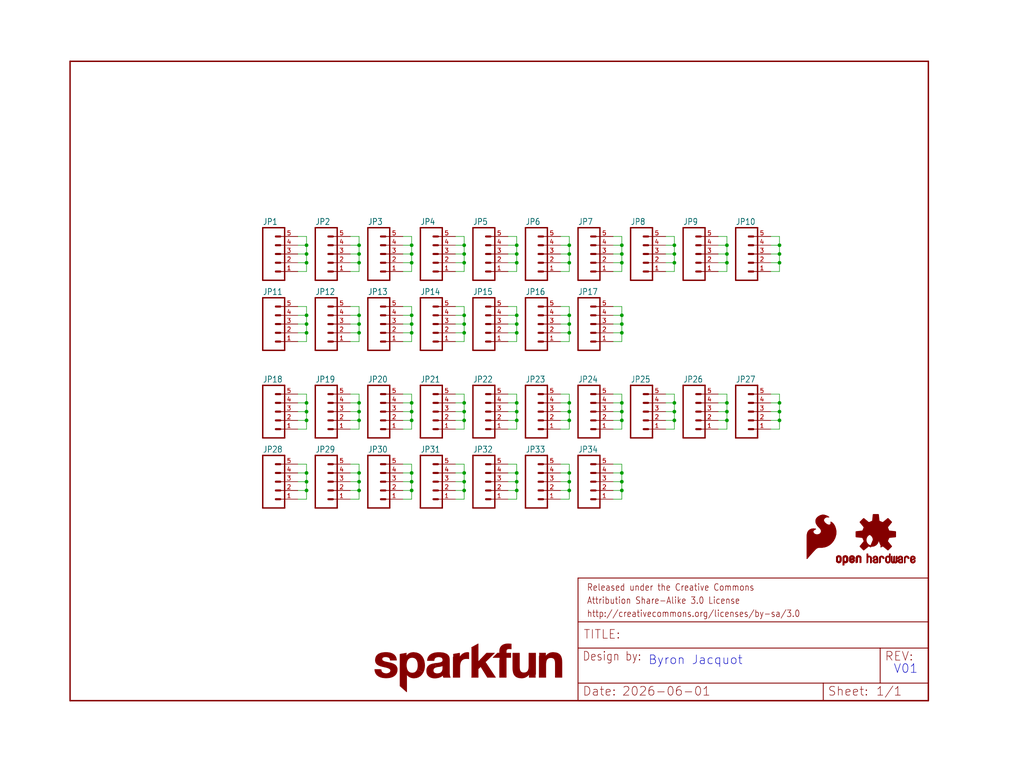
<source format=kicad_sch>
(kicad_sch (version 20230121) (generator eeschema)
  (paper "User" 297.002 223.926)
  (lib_symbols
    (symbol "working-eagle-import:FRAME-LETTER"
      (symbol "FRAME-LETTER_2_0"
        (text "${#}/${##}" (at 86.36 1.27 0) (effects (font (size 2.54 2.54)) (justify left bottom)))
        (text "${CURRENT_DATE}" (at 12.7 1.27 0) (effects (font (size 2.54 2.54)) (justify left bottom)))
        (text "${PROJECTNAME}" (at 15.494 17.78 0) (effects (font (size 2.7432 2.7432)) (justify left bottom)))
        (text "Attribution Share-Alike 3.0 License" (at 2.54 27.94 0) (effects (font (size 1.9304 1.6408)) (justify left bottom)))
        (text "Date:" (at 1.27 1.27 0) (effects (font (size 2.54 2.54)) (justify left bottom)))
        (text "Design by:" (at 1.27 11.43 0) (effects (font (size 2.54 2.159)) (justify left bottom)))
        (text "http://creativecommons.org/licenses/by-sa/3.0" (at 2.54 24.13 0) (effects (font (size 1.9304 1.6408)) (justify left bottom)))
        (text "Released under the Creative Commons" (at 2.54 31.75 0) (effects (font (size 1.9304 1.6408)) (justify left bottom)))
        (text "REV:" (at 88.9 11.43 0) (effects (font (size 2.54 2.54)) (justify left bottom)))
        (text "Sheet:" (at 72.39 1.27 0) (effects (font (size 2.54 2.54)) (justify left bottom)))
        (text "TITLE:" (at 1.524 17.78 0) (effects (font (size 2.54 2.54)) (justify left bottom)))
      )
    )
    (symbol "working-eagle-import:M05NO_SILK"
      (property "Reference" "JP" (at -2.54 8.382 0))
      (symbol "M05NO_SILK_1_0"
        (pin passive line (at 7.62 -5.08 180) (length 5.08) (name "1") (number "1"))
        (pin passive line (at 7.62 -2.54 180) (length 5.08) (name "2") (number "2"))
        (pin passive line (at 7.62 0 180) (length 5.08) (name "3") (number "3"))
        (pin passive line (at 7.62 2.54 180) (length 5.08) (name "4") (number "4"))
        (pin passive line (at 7.62 5.08 180) (length 5.08) (name "5") (number "5"))
      )
    )
    (symbol "working-eagle-import:OSHW-LOGOM")
    (symbol "working-eagle-import:SFE_LOGO_FLAME.1_INCH")
    (symbol "working-eagle-import:SFE_LOGO_NAME.1_INCH")
  )
  (junction (at 104.14 93.98))
  (junction (at 165.1 121.92))
  (junction (at 195.58 76.2))
  (junction (at 165.1 137.16))
  (junction (at 149.86 93.98))
  (junction (at 180.34 76.2))
  (junction (at 226.06 116.84))
  (junction (at 165.1 142.24))
  (junction (at 210.82 73.66))
  (junction (at 165.1 73.66))
  (junction (at 210.82 121.92))
  (junction (at 134.62 73.66))
  (junction (at 119.38 93.98))
  (junction (at 210.82 116.84))
  (junction (at 134.62 96.52))
  (junction (at 104.14 73.66))
  (junction (at 165.1 76.2))
  (junction (at 180.34 137.16))
  (junction (at 180.34 91.44))
  (junction (at 134.62 137.16))
  (junction (at 104.14 139.7))
  (junction (at 119.38 71.12))
  (junction (at 180.34 119.38))
  (junction (at 134.62 93.98))
  (junction (at 165.1 96.52))
  (junction (at 119.38 116.84))
  (junction (at 119.38 76.2))
  (junction (at 88.9 91.44))
  (junction (at 149.86 71.12))
  (junction (at 180.34 73.66))
  (junction (at 119.38 96.52))
  (junction (at 149.86 76.2))
  (junction (at 88.9 142.24))
  (junction (at 104.14 137.16))
  (junction (at 134.62 76.2))
  (junction (at 88.9 96.52))
  (junction (at 104.14 91.44))
  (junction (at 134.62 116.84))
  (junction (at 195.58 121.92))
  (junction (at 88.9 139.7))
  (junction (at 180.34 116.84))
  (junction (at 104.14 71.12))
  (junction (at 180.34 96.52))
  (junction (at 210.82 76.2))
  (junction (at 226.06 76.2))
  (junction (at 195.58 71.12))
  (junction (at 104.14 96.52))
  (junction (at 149.86 142.24))
  (junction (at 88.9 76.2))
  (junction (at 104.14 121.92))
  (junction (at 165.1 71.12))
  (junction (at 226.06 71.12))
  (junction (at 88.9 73.66))
  (junction (at 104.14 119.38))
  (junction (at 104.14 116.84))
  (junction (at 149.86 116.84))
  (junction (at 226.06 73.66))
  (junction (at 88.9 71.12))
  (junction (at 165.1 116.84))
  (junction (at 88.9 121.92))
  (junction (at 149.86 73.66))
  (junction (at 104.14 76.2))
  (junction (at 149.86 137.16))
  (junction (at 226.06 119.38))
  (junction (at 180.34 139.7))
  (junction (at 149.86 91.44))
  (junction (at 210.82 71.12))
  (junction (at 165.1 119.38))
  (junction (at 195.58 119.38))
  (junction (at 149.86 139.7))
  (junction (at 119.38 142.24))
  (junction (at 165.1 93.98))
  (junction (at 104.14 142.24))
  (junction (at 119.38 137.16))
  (junction (at 134.62 121.92))
  (junction (at 180.34 121.92))
  (junction (at 134.62 91.44))
  (junction (at 195.58 116.84))
  (junction (at 119.38 91.44))
  (junction (at 119.38 73.66))
  (junction (at 88.9 93.98))
  (junction (at 149.86 119.38))
  (junction (at 149.86 121.92))
  (junction (at 88.9 119.38))
  (junction (at 149.86 96.52))
  (junction (at 210.82 119.38))
  (junction (at 134.62 139.7))
  (junction (at 134.62 142.24))
  (junction (at 88.9 137.16))
  (junction (at 134.62 71.12))
  (junction (at 119.38 119.38))
  (junction (at 88.9 116.84))
  (junction (at 180.34 142.24))
  (junction (at 180.34 71.12))
  (junction (at 226.06 121.92))
  (junction (at 195.58 73.66))
  (junction (at 165.1 139.7))
  (junction (at 165.1 91.44))
  (junction (at 180.34 93.98))
  (junction (at 119.38 139.7))
  (junction (at 134.62 119.38))
  (junction (at 119.38 121.92))
  (wire (pts (xy 132.08 144.78) (xy 134.62 144.78)) (stroke (width 0.1524)))
  (wire (pts (xy 177.8 78.74) (xy 180.34 78.74)) (stroke (width 0.1524)))
  (wire (pts (xy 88.9 119.38) (xy 88.9 116.84)) (stroke (width 0.1524)))
  (wire (pts (xy 134.62 78.74) (xy 134.62 76.2)) (stroke (width 0.1524)))
  (wire (pts (xy 149.86 121.92) (xy 149.86 119.38)) (stroke (width 0.1524)))
  (wire (pts (xy 180.34 144.78) (xy 180.34 142.24)) (stroke (width 0.1524)))
  (wire (pts (xy 147.32 119.38) (xy 149.86 119.38)) (stroke (width 0.1524)))
  (wire (pts (xy 119.38 124.46) (xy 119.38 121.92)) (stroke (width 0.1524)))
  (wire (pts (xy 149.86 142.24) (xy 149.86 139.7)) (stroke (width 0.1524)))
  (wire (pts (xy 210.82 68.58) (xy 208.28 68.58)) (stroke (width 0.1524)))
  (wire (pts (xy 195.58 68.58) (xy 193.04 68.58)) (stroke (width 0.1524)))
  (wire (pts (xy 88.9 124.46) (xy 88.9 121.92)) (stroke (width 0.1524)))
  (wire (pts (xy 147.32 137.16) (xy 149.86 137.16)) (stroke (width 0.1524)))
  (wire (pts (xy 149.86 134.62) (xy 147.32 134.62)) (stroke (width 0.1524)))
  (wire (pts (xy 180.34 99.06) (xy 180.34 96.52)) (stroke (width 0.1524)))
  (wire (pts (xy 101.6 137.16) (xy 104.14 137.16)) (stroke (width 0.1524)))
  (wire (pts (xy 210.82 124.46) (xy 210.82 121.92)) (stroke (width 0.1524)))
  (wire (pts (xy 119.38 88.9) (xy 116.84 88.9)) (stroke (width 0.1524)))
  (wire (pts (xy 226.06 114.3) (xy 223.52 114.3)) (stroke (width 0.1524)))
  (wire (pts (xy 101.6 91.44) (xy 104.14 91.44)) (stroke (width 0.1524)))
  (wire (pts (xy 208.28 119.38) (xy 210.82 119.38)) (stroke (width 0.1524)))
  (wire (pts (xy 101.6 73.66) (xy 104.14 73.66)) (stroke (width 0.1524)))
  (wire (pts (xy 86.36 116.84) (xy 88.9 116.84)) (stroke (width 0.1524)))
  (wire (pts (xy 119.38 76.2) (xy 119.38 73.66)) (stroke (width 0.1524)))
  (wire (pts (xy 149.86 71.12) (xy 149.86 68.58)) (stroke (width 0.1524)))
  (wire (pts (xy 134.62 137.16) (xy 134.62 134.62)) (stroke (width 0.1524)))
  (wire (pts (xy 86.36 139.7) (xy 88.9 139.7)) (stroke (width 0.1524)))
  (wire (pts (xy 88.9 73.66) (xy 88.9 71.12)) (stroke (width 0.1524)))
  (wire (pts (xy 101.6 119.38) (xy 104.14 119.38)) (stroke (width 0.1524)))
  (wire (pts (xy 132.08 116.84) (xy 134.62 116.84)) (stroke (width 0.1524)))
  (wire (pts (xy 119.38 73.66) (xy 119.38 71.12)) (stroke (width 0.1524)))
  (wire (pts (xy 101.6 96.52) (xy 104.14 96.52)) (stroke (width 0.1524)))
  (wire (pts (xy 165.1 93.98) (xy 165.1 91.44)) (stroke (width 0.1524)))
  (wire (pts (xy 177.8 116.84) (xy 180.34 116.84)) (stroke (width 0.1524)))
  (wire (pts (xy 165.1 71.12) (xy 165.1 68.58)) (stroke (width 0.1524)))
  (wire (pts (xy 180.34 88.9) (xy 177.8 88.9)) (stroke (width 0.1524)))
  (wire (pts (xy 177.8 99.06) (xy 180.34 99.06)) (stroke (width 0.1524)))
  (wire (pts (xy 134.62 91.44) (xy 134.62 88.9)) (stroke (width 0.1524)))
  (wire (pts (xy 149.86 119.38) (xy 149.86 116.84)) (stroke (width 0.1524)))
  (wire (pts (xy 162.56 119.38) (xy 165.1 119.38)) (stroke (width 0.1524)))
  (wire (pts (xy 162.56 139.7) (xy 165.1 139.7)) (stroke (width 0.1524)))
  (wire (pts (xy 116.84 99.06) (xy 119.38 99.06)) (stroke (width 0.1524)))
  (wire (pts (xy 208.28 78.74) (xy 210.82 78.74)) (stroke (width 0.1524)))
  (wire (pts (xy 149.86 116.84) (xy 149.86 114.3)) (stroke (width 0.1524)))
  (wire (pts (xy 165.1 96.52) (xy 165.1 93.98)) (stroke (width 0.1524)))
  (wire (pts (xy 177.8 121.92) (xy 180.34 121.92)) (stroke (width 0.1524)))
  (wire (pts (xy 147.32 142.24) (xy 149.86 142.24)) (stroke (width 0.1524)))
  (wire (pts (xy 149.86 124.46) (xy 149.86 121.92)) (stroke (width 0.1524)))
  (wire (pts (xy 134.62 114.3) (xy 132.08 114.3)) (stroke (width 0.1524)))
  (wire (pts (xy 180.34 134.62) (xy 177.8 134.62)) (stroke (width 0.1524)))
  (wire (pts (xy 177.8 137.16) (xy 180.34 137.16)) (stroke (width 0.1524)))
  (wire (pts (xy 210.82 116.84) (xy 210.82 114.3)) (stroke (width 0.1524)))
  (wire (pts (xy 132.08 137.16) (xy 134.62 137.16)) (stroke (width 0.1524)))
  (wire (pts (xy 132.08 78.74) (xy 134.62 78.74)) (stroke (width 0.1524)))
  (wire (pts (xy 132.08 119.38) (xy 134.62 119.38)) (stroke (width 0.1524)))
  (wire (pts (xy 132.08 124.46) (xy 134.62 124.46)) (stroke (width 0.1524)))
  (wire (pts (xy 104.14 139.7) (xy 104.14 137.16)) (stroke (width 0.1524)))
  (wire (pts (xy 104.14 119.38) (xy 104.14 116.84)) (stroke (width 0.1524)))
  (wire (pts (xy 180.34 71.12) (xy 180.34 68.58)) (stroke (width 0.1524)))
  (wire (pts (xy 86.36 71.12) (xy 88.9 71.12)) (stroke (width 0.1524)))
  (wire (pts (xy 149.86 91.44) (xy 149.86 88.9)) (stroke (width 0.1524)))
  (wire (pts (xy 119.38 134.62) (xy 116.84 134.62)) (stroke (width 0.1524)))
  (wire (pts (xy 165.1 124.46) (xy 165.1 121.92)) (stroke (width 0.1524)))
  (wire (pts (xy 119.38 139.7) (xy 119.38 137.16)) (stroke (width 0.1524)))
  (wire (pts (xy 180.34 119.38) (xy 180.34 116.84)) (stroke (width 0.1524)))
  (wire (pts (xy 119.38 93.98) (xy 119.38 91.44)) (stroke (width 0.1524)))
  (wire (pts (xy 226.06 73.66) (xy 226.06 71.12)) (stroke (width 0.1524)))
  (wire (pts (xy 119.38 68.58) (xy 116.84 68.58)) (stroke (width 0.1524)))
  (wire (pts (xy 134.62 119.38) (xy 134.62 116.84)) (stroke (width 0.1524)))
  (wire (pts (xy 195.58 121.92) (xy 195.58 119.38)) (stroke (width 0.1524)))
  (wire (pts (xy 149.86 73.66) (xy 149.86 71.12)) (stroke (width 0.1524)))
  (wire (pts (xy 177.8 96.52) (xy 180.34 96.52)) (stroke (width 0.1524)))
  (wire (pts (xy 149.86 88.9) (xy 147.32 88.9)) (stroke (width 0.1524)))
  (wire (pts (xy 180.34 142.24) (xy 180.34 139.7)) (stroke (width 0.1524)))
  (wire (pts (xy 177.8 93.98) (xy 180.34 93.98)) (stroke (width 0.1524)))
  (wire (pts (xy 104.14 134.62) (xy 101.6 134.62)) (stroke (width 0.1524)))
  (wire (pts (xy 195.58 73.66) (xy 195.58 71.12)) (stroke (width 0.1524)))
  (wire (pts (xy 208.28 124.46) (xy 210.82 124.46)) (stroke (width 0.1524)))
  (wire (pts (xy 119.38 144.78) (xy 119.38 142.24)) (stroke (width 0.1524)))
  (wire (pts (xy 132.08 71.12) (xy 134.62 71.12)) (stroke (width 0.1524)))
  (wire (pts (xy 88.9 144.78) (xy 88.9 142.24)) (stroke (width 0.1524)))
  (wire (pts (xy 195.58 78.74) (xy 195.58 76.2)) (stroke (width 0.1524)))
  (wire (pts (xy 119.38 91.44) (xy 119.38 88.9)) (stroke (width 0.1524)))
  (wire (pts (xy 104.14 142.24) (xy 104.14 139.7)) (stroke (width 0.1524)))
  (wire (pts (xy 88.9 78.74) (xy 88.9 76.2)) (stroke (width 0.1524)))
  (wire (pts (xy 223.52 119.38) (xy 226.06 119.38)) (stroke (width 0.1524)))
  (wire (pts (xy 162.56 124.46) (xy 165.1 124.46)) (stroke (width 0.1524)))
  (wire (pts (xy 162.56 142.24) (xy 165.1 142.24)) (stroke (width 0.1524)))
  (wire (pts (xy 165.1 114.3) (xy 162.56 114.3)) (stroke (width 0.1524)))
  (wire (pts (xy 195.58 124.46) (xy 195.58 121.92)) (stroke (width 0.1524)))
  (wire (pts (xy 119.38 99.06) (xy 119.38 96.52)) (stroke (width 0.1524)))
  (wire (pts (xy 104.14 71.12) (xy 104.14 68.58)) (stroke (width 0.1524)))
  (wire (pts (xy 116.84 139.7) (xy 119.38 139.7)) (stroke (width 0.1524)))
  (wire (pts (xy 119.38 137.16) (xy 119.38 134.62)) (stroke (width 0.1524)))
  (wire (pts (xy 165.1 142.24) (xy 165.1 139.7)) (stroke (width 0.1524)))
  (wire (pts (xy 162.56 71.12) (xy 165.1 71.12)) (stroke (width 0.1524)))
  (wire (pts (xy 88.9 139.7) (xy 88.9 137.16)) (stroke (width 0.1524)))
  (wire (pts (xy 149.86 76.2) (xy 149.86 73.66)) (stroke (width 0.1524)))
  (wire (pts (xy 119.38 96.52) (xy 119.38 93.98)) (stroke (width 0.1524)))
  (wire (pts (xy 180.34 68.58) (xy 177.8 68.58)) (stroke (width 0.1524)))
  (wire (pts (xy 104.14 121.92) (xy 104.14 119.38)) (stroke (width 0.1524)))
  (wire (pts (xy 134.62 96.52) (xy 134.62 93.98)) (stroke (width 0.1524)))
  (wire (pts (xy 101.6 144.78) (xy 104.14 144.78)) (stroke (width 0.1524)))
  (wire (pts (xy 88.9 93.98) (xy 88.9 91.44)) (stroke (width 0.1524)))
  (wire (pts (xy 116.84 71.12) (xy 119.38 71.12)) (stroke (width 0.1524)))
  (wire (pts (xy 149.86 99.06) (xy 149.86 96.52)) (stroke (width 0.1524)))
  (wire (pts (xy 180.34 121.92) (xy 180.34 119.38)) (stroke (width 0.1524)))
  (wire (pts (xy 88.9 91.44) (xy 88.9 88.9)) (stroke (width 0.1524)))
  (wire (pts (xy 134.62 68.58) (xy 132.08 68.58)) (stroke (width 0.1524)))
  (wire (pts (xy 165.1 119.38) (xy 165.1 116.84)) (stroke (width 0.1524)))
  (wire (pts (xy 104.14 114.3) (xy 101.6 114.3)) (stroke (width 0.1524)))
  (wire (pts (xy 147.32 91.44) (xy 149.86 91.44)) (stroke (width 0.1524)))
  (wire (pts (xy 116.84 116.84) (xy 119.38 116.84)) (stroke (width 0.1524)))
  (wire (pts (xy 101.6 142.24) (xy 104.14 142.24)) (stroke (width 0.1524)))
  (wire (pts (xy 104.14 124.46) (xy 104.14 121.92)) (stroke (width 0.1524)))
  (wire (pts (xy 132.08 99.06) (xy 134.62 99.06)) (stroke (width 0.1524)))
  (wire (pts (xy 226.06 121.92) (xy 226.06 119.38)) (stroke (width 0.1524)))
  (wire (pts (xy 165.1 88.9) (xy 162.56 88.9)) (stroke (width 0.1524)))
  (wire (pts (xy 116.84 121.92) (xy 119.38 121.92)) (stroke (width 0.1524)))
  (wire (pts (xy 101.6 93.98) (xy 104.14 93.98)) (stroke (width 0.1524)))
  (wire (pts (xy 116.84 78.74) (xy 119.38 78.74)) (stroke (width 0.1524)))
  (wire (pts (xy 177.8 124.46) (xy 180.34 124.46)) (stroke (width 0.1524)))
  (wire (pts (xy 134.62 144.78) (xy 134.62 142.24)) (stroke (width 0.1524)))
  (wire (pts (xy 134.62 93.98) (xy 134.62 91.44)) (stroke (width 0.1524)))
  (wire (pts (xy 180.34 76.2) (xy 180.34 73.66)) (stroke (width 0.1524)))
  (wire (pts (xy 208.28 71.12) (xy 210.82 71.12)) (stroke (width 0.1524)))
  (wire (pts (xy 165.1 137.16) (xy 165.1 134.62)) (stroke (width 0.1524)))
  (wire (pts (xy 104.14 91.44) (xy 104.14 88.9)) (stroke (width 0.1524)))
  (wire (pts (xy 162.56 116.84) (xy 165.1 116.84)) (stroke (width 0.1524)))
  (wire (pts (xy 180.34 114.3) (xy 177.8 114.3)) (stroke (width 0.1524)))
  (wire (pts (xy 223.52 116.84) (xy 226.06 116.84)) (stroke (width 0.1524)))
  (wire (pts (xy 86.36 76.2) (xy 88.9 76.2)) (stroke (width 0.1524)))
  (wire (pts (xy 104.14 137.16) (xy 104.14 134.62)) (stroke (width 0.1524)))
  (wire (pts (xy 119.38 114.3) (xy 116.84 114.3)) (stroke (width 0.1524)))
  (wire (pts (xy 223.52 73.66) (xy 226.06 73.66)) (stroke (width 0.1524)))
  (wire (pts (xy 132.08 91.44) (xy 134.62 91.44)) (stroke (width 0.1524)))
  (wire (pts (xy 195.58 119.38) (xy 195.58 116.84)) (stroke (width 0.1524)))
  (wire (pts (xy 132.08 96.52) (xy 134.62 96.52)) (stroke (width 0.1524)))
  (wire (pts (xy 101.6 116.84) (xy 104.14 116.84)) (stroke (width 0.1524)))
  (wire (pts (xy 134.62 88.9) (xy 132.08 88.9)) (stroke (width 0.1524)))
  (wire (pts (xy 180.34 137.16) (xy 180.34 134.62)) (stroke (width 0.1524)))
  (wire (pts (xy 195.58 114.3) (xy 193.04 114.3)) (stroke (width 0.1524)))
  (wire (pts (xy 86.36 93.98) (xy 88.9 93.98)) (stroke (width 0.1524)))
  (wire (pts (xy 208.28 121.92) (xy 210.82 121.92)) (stroke (width 0.1524)))
  (wire (pts (xy 104.14 96.52) (xy 104.14 93.98)) (stroke (width 0.1524)))
  (wire (pts (xy 104.14 73.66) (xy 104.14 71.12)) (stroke (width 0.1524)))
  (wire (pts (xy 149.86 93.98) (xy 149.86 91.44)) (stroke (width 0.1524)))
  (wire (pts (xy 226.06 68.58) (xy 223.52 68.58)) (stroke (width 0.1524)))
  (wire (pts (xy 193.04 119.38) (xy 195.58 119.38)) (stroke (width 0.1524)))
  (wire (pts (xy 180.34 96.52) (xy 180.34 93.98)) (stroke (width 0.1524)))
  (wire (pts (xy 86.36 99.06) (xy 88.9 99.06)) (stroke (width 0.1524)))
  (wire (pts (xy 86.36 142.24) (xy 88.9 142.24)) (stroke (width 0.1524)))
  (wire (pts (xy 226.06 116.84) (xy 226.06 114.3)) (stroke (width 0.1524)))
  (wire (pts (xy 165.1 73.66) (xy 165.1 71.12)) (stroke (width 0.1524)))
  (wire (pts (xy 210.82 73.66) (xy 210.82 71.12)) (stroke (width 0.1524)))
  (wire (pts (xy 132.08 142.24) (xy 134.62 142.24)) (stroke (width 0.1524)))
  (wire (pts (xy 210.82 114.3) (xy 208.28 114.3)) (stroke (width 0.1524)))
  (wire (pts (xy 147.32 99.06) (xy 149.86 99.06)) (stroke (width 0.1524)))
  (wire (pts (xy 177.8 139.7) (xy 180.34 139.7)) (stroke (width 0.1524)))
  (wire (pts (xy 147.32 93.98) (xy 149.86 93.98)) (stroke (width 0.1524)))
  (wire (pts (xy 210.82 119.38) (xy 210.82 116.84)) (stroke (width 0.1524)))
  (wire (pts (xy 177.8 142.24) (xy 180.34 142.24)) (stroke (width 0.1524)))
  (wire (pts (xy 147.32 116.84) (xy 149.86 116.84)) (stroke (width 0.1524)))
  (wire (pts (xy 104.14 88.9) (xy 101.6 88.9)) (stroke (width 0.1524)))
  (wire (pts (xy 116.84 96.52) (xy 119.38 96.52)) (stroke (width 0.1524)))
  (wire (pts (xy 208.28 116.84) (xy 210.82 116.84)) (stroke (width 0.1524)))
  (wire (pts (xy 165.1 76.2) (xy 165.1 73.66)) (stroke (width 0.1524)))
  (wire (pts (xy 134.62 99.06) (xy 134.62 96.52)) (stroke (width 0.1524)))
  (wire (pts (xy 162.56 96.52) (xy 165.1 96.52)) (stroke (width 0.1524)))
  (wire (pts (xy 223.52 121.92) (xy 226.06 121.92)) (stroke (width 0.1524)))
  (wire (pts (xy 86.36 137.16) (xy 88.9 137.16)) (stroke (width 0.1524)))
  (wire (pts (xy 195.58 71.12) (xy 195.58 68.58)) (stroke (width 0.1524)))
  (wire (pts (xy 226.06 71.12) (xy 226.06 68.58)) (stroke (width 0.1524)))
  (wire (pts (xy 226.06 78.74) (xy 226.06 76.2)) (stroke (width 0.1524)))
  (wire (pts (xy 162.56 76.2) (xy 165.1 76.2)) (stroke (width 0.1524)))
  (wire (pts (xy 149.86 139.7) (xy 149.86 137.16)) (stroke (width 0.1524)))
  (wire (pts (xy 134.62 71.12) (xy 134.62 68.58)) (stroke (width 0.1524)))
  (wire (pts (xy 88.9 88.9) (xy 86.36 88.9)) (stroke (width 0.1524)))
  (wire (pts (xy 88.9 76.2) (xy 88.9 73.66)) (stroke (width 0.1524)))
  (wire (pts (xy 104.14 144.78) (xy 104.14 142.24)) (stroke (width 0.1524)))
  (wire (pts (xy 165.1 78.74) (xy 165.1 76.2)) (stroke (width 0.1524)))
  (wire (pts (xy 134.62 139.7) (xy 134.62 137.16)) (stroke (width 0.1524)))
  (wire (pts (xy 193.04 78.74) (xy 195.58 78.74)) (stroke (width 0.1524)))
  (wire (pts (xy 162.56 144.78) (xy 165.1 144.78)) (stroke (width 0.1524)))
  (wire (pts (xy 119.38 116.84) (xy 119.38 114.3)) (stroke (width 0.1524)))
  (wire (pts (xy 223.52 71.12) (xy 226.06 71.12)) (stroke (width 0.1524)))
  (wire (pts (xy 86.36 124.46) (xy 88.9 124.46)) (stroke (width 0.1524)))
  (wire (pts (xy 86.36 144.78) (xy 88.9 144.78)) (stroke (width 0.1524)))
  (wire (pts (xy 134.62 134.62) (xy 132.08 134.62)) (stroke (width 0.1524)))
  (wire (pts (xy 88.9 142.24) (xy 88.9 139.7)) (stroke (width 0.1524)))
  (wire (pts (xy 104.14 116.84) (xy 104.14 114.3)) (stroke (width 0.1524)))
  (wire (pts (xy 223.52 78.74) (xy 226.06 78.74)) (stroke (width 0.1524)))
  (wire (pts (xy 210.82 78.74) (xy 210.82 76.2)) (stroke (width 0.1524)))
  (wire (pts (xy 149.86 78.74) (xy 149.86 76.2)) (stroke (width 0.1524)))
  (wire (pts (xy 226.06 119.38) (xy 226.06 116.84)) (stroke (width 0.1524)))
  (wire (pts (xy 149.86 114.3) (xy 147.32 114.3)) (stroke (width 0.1524)))
  (wire (pts (xy 165.1 144.78) (xy 165.1 142.24)) (stroke (width 0.1524)))
  (wire (pts (xy 119.38 119.38) (xy 119.38 116.84)) (stroke (width 0.1524)))
  (wire (pts (xy 149.86 96.52) (xy 149.86 93.98)) (stroke (width 0.1524)))
  (wire (pts (xy 180.34 116.84) (xy 180.34 114.3)) (stroke (width 0.1524)))
  (wire (pts (xy 119.38 78.74) (xy 119.38 76.2)) (stroke (width 0.1524)))
  (wire (pts (xy 134.62 73.66) (xy 134.62 71.12)) (stroke (width 0.1524)))
  (wire (pts (xy 177.8 73.66) (xy 180.34 73.66)) (stroke (width 0.1524)))
  (wire (pts (xy 86.36 96.52) (xy 88.9 96.52)) (stroke (width 0.1524)))
  (wire (pts (xy 162.56 137.16) (xy 165.1 137.16)) (stroke (width 0.1524)))
  (wire (pts (xy 88.9 134.62) (xy 86.36 134.62)) (stroke (width 0.1524)))
  (wire (pts (xy 180.34 139.7) (xy 180.34 137.16)) (stroke (width 0.1524)))
  (wire (pts (xy 165.1 68.58) (xy 162.56 68.58)) (stroke (width 0.1524)))
  (wire (pts (xy 132.08 76.2) (xy 134.62 76.2)) (stroke (width 0.1524)))
  (wire (pts (xy 193.04 116.84) (xy 195.58 116.84)) (stroke (width 0.1524)))
  (wire (pts (xy 180.34 91.44) (xy 180.34 88.9)) (stroke (width 0.1524)))
  (wire (pts (xy 86.36 78.74) (xy 88.9 78.74)) (stroke (width 0.1524)))
  (wire (pts (xy 88.9 121.92) (xy 88.9 119.38)) (stroke (width 0.1524)))
  (wire (pts (xy 162.56 73.66) (xy 165.1 73.66)) (stroke (width 0.1524)))
  (wire (pts (xy 147.32 76.2) (xy 149.86 76.2)) (stroke (width 0.1524)))
  (wire (pts (xy 180.34 73.66) (xy 180.34 71.12)) (stroke (width 0.1524)))
  (wire (pts (xy 165.1 116.84) (xy 165.1 114.3)) (stroke (width 0.1524)))
  (wire (pts (xy 165.1 121.92) (xy 165.1 119.38)) (stroke (width 0.1524)))
  (wire (pts (xy 180.34 78.74) (xy 180.34 76.2)) (stroke (width 0.1524)))
  (wire (pts (xy 101.6 121.92) (xy 104.14 121.92)) (stroke (width 0.1524)))
  (wire (pts (xy 104.14 68.58) (xy 101.6 68.58)) (stroke (width 0.1524)))
  (wire (pts (xy 147.32 124.46) (xy 149.86 124.46)) (stroke (width 0.1524)))
  (wire (pts (xy 88.9 71.12) (xy 88.9 68.58)) (stroke (width 0.1524)))
  (wire (pts (xy 195.58 76.2) (xy 195.58 73.66)) (stroke (width 0.1524)))
  (wire (pts (xy 193.04 73.66) (xy 195.58 73.66)) (stroke (width 0.1524)))
  (wire (pts (xy 208.28 76.2) (xy 210.82 76.2)) (stroke (width 0.1524)))
  (wire (pts (xy 116.84 73.66) (xy 119.38 73.66)) (stroke (width 0.1524)))
  (wire (pts (xy 104.14 78.74) (xy 104.14 76.2)) (stroke (width 0.1524)))
  (wire (pts (xy 162.56 121.92) (xy 165.1 121.92)) (stroke (width 0.1524)))
  (wire (pts (xy 177.8 76.2) (xy 180.34 76.2)) (stroke (width 0.1524)))
  (wire (pts (xy 88.9 114.3) (xy 86.36 114.3)) (stroke (width 0.1524)))
  (wire (pts (xy 101.6 78.74) (xy 104.14 78.74)) (stroke (width 0.1524)))
  (wire (pts (xy 86.36 119.38) (xy 88.9 119.38)) (stroke (width 0.1524)))
  (wire (pts (xy 104.14 99.06) (xy 104.14 96.52)) (stroke (width 0.1524)))
  (wire (pts (xy 101.6 71.12) (xy 104.14 71.12)) (stroke (width 0.1524)))
  (wire (pts (xy 86.36 121.92) (xy 88.9 121.92)) (stroke (width 0.1524)))
  (wire (pts (xy 88.9 68.58) (xy 86.36 68.58)) (stroke (width 0.1524)))
  (wire (pts (xy 162.56 93.98) (xy 165.1 93.98)) (stroke (width 0.1524)))
  (wire (pts (xy 116.84 93.98) (xy 119.38 93.98)) (stroke (width 0.1524)))
  (wire (pts (xy 88.9 116.84) (xy 88.9 114.3)) (stroke (width 0.1524)))
  (wire (pts (xy 165.1 139.7) (xy 165.1 137.16)) (stroke (width 0.1524)))
  (wire (pts (xy 119.38 71.12) (xy 119.38 68.58)) (stroke (width 0.1524)))
  (wire (pts (xy 177.8 119.38) (xy 180.34 119.38)) (stroke (width 0.1524)))
  (wire (pts (xy 149.86 68.58) (xy 147.32 68.58)) (stroke (width 0.1524)))
  (wire (pts (xy 116.84 76.2) (xy 119.38 76.2)) (stroke (width 0.1524)))
  (wire (pts (xy 88.9 137.16) (xy 88.9 134.62)) (stroke (width 0.1524)))
  (wire (pts (xy 101.6 99.06) (xy 104.14 99.06)) (stroke (width 0.1524)))
  (wire (pts (xy 147.32 144.78) (xy 149.86 144.78)) (stroke (width 0.1524)))
  (wire (pts (xy 210.82 76.2) (xy 210.82 73.66)) (stroke (width 0.1524)))
  (wire (pts (xy 193.04 124.46) (xy 195.58 124.46)) (stroke (width 0.1524)))
  (wire (pts (xy 165.1 134.62) (xy 162.56 134.62)) (stroke (width 0.1524)))
  (wire (pts (xy 101.6 124.46) (xy 104.14 124.46)) (stroke (width 0.1524)))
  (wire (pts (xy 162.56 99.06) (xy 165.1 99.06)) (stroke (width 0.1524)))
  (wire (pts (xy 223.52 76.2) (xy 226.06 76.2)) (stroke (width 0.1524)))
  (wire (pts (xy 147.32 73.66) (xy 149.86 73.66)) (stroke (width 0.1524)))
  (wire (pts (xy 101.6 139.7) (xy 104.14 139.7)) (stroke (width 0.1524)))
  (wire (pts (xy 88.9 99.06) (xy 88.9 96.52)) (stroke (width 0.1524)))
  (wire (pts (xy 86.36 73.66) (xy 88.9 73.66)) (stroke (width 0.1524)))
  (wire (pts (xy 149.86 144.78) (xy 149.86 142.24)) (stroke (width 0.1524)))
  (wire (pts (xy 132.08 73.66) (xy 134.62 73.66)) (stroke (width 0.1524)))
  (wire (pts (xy 147.32 96.52) (xy 149.86 96.52)) (stroke (width 0.1524)))
  (wire (pts (xy 116.84 144.78) (xy 119.38 144.78)) (stroke (width 0.1524)))
  (wire (pts (xy 134.62 121.92) (xy 134.62 119.38)) (stroke (width 0.1524)))
  (wire (pts (xy 210.82 71.12) (xy 210.82 68.58)) (stroke (width 0.1524)))
  (wire (pts (xy 177.8 144.78) (xy 180.34 144.78)) (stroke (width 0.1524)))
  (wire (pts (xy 134.62 76.2) (xy 134.62 73.66)) (stroke (width 0.1524)))
  (wire (pts (xy 132.08 139.7) (xy 134.62 139.7)) (stroke (width 0.1524)))
  (wire (pts (xy 116.84 137.16) (xy 119.38 137.16)) (stroke (width 0.1524)))
  (wire (pts (xy 195.58 116.84) (xy 195.58 114.3)) (stroke (width 0.1524)))
  (wire (pts (xy 147.32 121.92) (xy 149.86 121.92)) (stroke (width 0.1524)))
  (wire (pts (xy 147.32 139.7) (xy 149.86 139.7)) (stroke (width 0.1524)))
  (wire (pts (xy 134.62 142.24) (xy 134.62 139.7)) (stroke (width 0.1524)))
  (wire (pts (xy 162.56 78.74) (xy 165.1 78.74)) (stroke (width 0.1524)))
  (wire (pts (xy 193.04 76.2) (xy 195.58 76.2)) (stroke (width 0.1524)))
  (wire (pts (xy 226.06 124.46) (xy 226.06 121.92)) (stroke (width 0.1524)))
  (wire (pts (xy 208.28 73.66) (xy 210.82 73.66)) (stroke (width 0.1524)))
  (wire (pts (xy 132.08 121.92) (xy 134.62 121.92)) (stroke (width 0.1524)))
  (wire (pts (xy 116.84 124.46) (xy 119.38 124.46)) (stroke (width 0.1524)))
  (wire (pts (xy 210.82 121.92) (xy 210.82 119.38)) (stroke (width 0.1524)))
  (wire (pts (xy 193.04 71.12) (xy 195.58 71.12)) (stroke (width 0.1524)))
  (wire (pts (xy 147.32 78.74) (xy 149.86 78.74)) (stroke (width 0.1524)))
  (wire (pts (xy 116.84 91.44) (xy 119.38 91.44)) (stroke (width 0.1524)))
  (wire (pts (xy 165.1 99.06) (xy 165.1 96.52)) (stroke (width 0.1524)))
  (wire (pts (xy 193.04 121.92) (xy 195.58 121.92)) (stroke (width 0.1524)))
  (wire (pts (xy 223.52 124.46) (xy 226.06 124.46)) (stroke (width 0.1524)))
  (wire (pts (xy 149.86 137.16) (xy 149.86 134.62)) (stroke (width 0.1524)))
  (wire (pts (xy 180.34 93.98) (xy 180.34 91.44)) (stroke (width 0.1524)))
  (wire (pts (xy 101.6 76.2) (xy 104.14 76.2)) (stroke (width 0.1524)))
  (wire (pts (xy 88.9 96.52) (xy 88.9 93.98)) (stroke (width 0.1524)))
  (wire (pts (xy 116.84 142.24) (xy 119.38 142.24)) (stroke (width 0.1524)))
  (wire (pts (xy 134.62 124.46) (xy 134.62 121.92)) (stroke (width 0.1524)))
  (wire (pts (xy 177.8 91.44) (xy 180.34 91.44)) (stroke (width 0.1524)))
  (wire (pts (xy 104.14 93.98) (xy 104.14 91.44)) (stroke (width 0.1524)))
  (wire (pts (xy 165.1 91.44) (xy 165.1 88.9)) (stroke (width 0.1524)))
  (wire (pts (xy 162.56 91.44) (xy 165.1 91.44)) (stroke (width 0.1524)))
  (wire (pts (xy 116.84 119.38) (xy 119.38 119.38)) (stroke (width 0.1524)))
  (wire (pts (xy 180.34 124.46) (xy 180.34 121.92)) (stroke (width 0.1524)))
  (wire (pts (xy 226.06 76.2) (xy 226.06 73.66)) (stroke (width 0.1524)))
  (wire (pts (xy 134.62 116.84) (xy 134.62 114.3)) (stroke (width 0.1524)))
  (wire (pts (xy 119.38 142.24) (xy 119.38 139.7)) (stroke (width 0.1524)))
  (wire (pts (xy 177.8 71.12) (xy 180.34 71.12)) (stroke (width 0.1524)))
  (wire (pts (xy 119.38 121.92) (xy 119.38 119.38)) (stroke (width 0.1524)))
  (wire (pts (xy 132.08 93.98) (xy 134.62 93.98)) (stroke (width 0.1524)))
  (wire (pts (xy 104.14 76.2) (xy 104.14 73.66)) (stroke (width 0.1524)))
  (wire (pts (xy 147.32 71.12) (xy 149.86 71.12)) (stroke (width 0.1524)))
  (wire (pts (xy 86.36 91.44) (xy 88.9 91.44)) (stroke (width 0.1524)))
  (text "Byron Jacquot" (at 187.96 193.04 0) (effects (font (size 2.54 2.54)) (justify left bottom)))
  (text "V01" (at 259.08 195.58 0) (effects (font (size 2.54 2.54)) (justify left bottom)))
  (symbol (lib_id "working-eagle-import:SFE_LOGO_FLAME.1_INCH") (at 233.68 162.56 0) (unit 1)
    (property "Reference" "LOGO4" (effects hide))
    (property "Value" "SFE_LOGO_FLAME.1_INCH" (effects hide))
    (property "Footprint" "working:SFE_LOGO_FLAME_.1" (effects hide))
  )
  (symbol (lib_id "working-eagle-import:M05NO_SILK") (at 170.18 93.98 0) (unit 1)
    (property "Reference" "JP17" (at 167.64 85.598 0) (effects (font (size 1.778 1.5113)) (justify left bottom)))
    (property "Value" " " (at 167.64 104.14 0) (effects (font (size 1.778 1.5113)) (justify left bottom)))
    (property "Footprint" "working:1X05_NO_SILK" (effects hide))
  )
  (symbol (lib_id "working-eagle-import:M05NO_SILK") (at 109.22 73.66 0) (unit 1)
    (property "Reference" "JP3" (at 106.68 65.278 0) (effects (font (size 1.778 1.5113)) (justify left bottom)))
    (property "Value" " " (at 106.68 83.82 0) (effects (font (size 1.778 1.5113)) (justify left bottom)))
    (property "Footprint" "working:1X05_NO_SILK" (effects hide))
  )
  (symbol (lib_id "working-eagle-import:M05NO_SILK") (at 154.94 119.38 0) (unit 1)
    (property "Reference" "JP23" (at 152.4 110.998 0) (effects (font (size 1.778 1.5113)) (justify left bottom)))
    (property "Value" " " (at 152.4 129.54 0) (effects (font (size 1.778 1.5113)) (justify left bottom)))
    (property "Footprint" "working:1X05_NO_SILK" (effects hide))
  )
  (symbol (lib_id "working-eagle-import:M05NO_SILK") (at 139.7 139.7 0) (unit 1)
    (property "Reference" "JP32" (at 137.16 131.318 0) (effects (font (size 1.778 1.5113)) (justify left bottom)))
    (property "Value" " " (at 137.16 149.86 0) (effects (font (size 1.778 1.5113)) (justify left bottom)))
    (property "Footprint" "working:1X05_NO_SILK" (effects hide))
  )
  (symbol (lib_id "working-eagle-import:FRAME-LETTER") (at 167.64 203.2 0) (unit 2)
    (property "Reference" "FRAME1" (effects hide))
    (property "Value" "FRAME-LETTER" (effects hide))
    (property "Footprint" "working:CREATIVE_COMMONS" (effects hide))
  )
  (symbol (lib_id "working-eagle-import:M05NO_SILK") (at 109.22 119.38 0) (unit 1)
    (property "Reference" "JP20" (at 106.68 110.998 0) (effects (font (size 1.778 1.5113)) (justify left bottom)))
    (property "Value" " " (at 106.68 129.54 0) (effects (font (size 1.778 1.5113)) (justify left bottom)))
    (property "Footprint" "working:1X05_NO_SILK" (effects hide))
  )
  (symbol (lib_id "working-eagle-import:M05NO_SILK") (at 154.94 73.66 0) (unit 1)
    (property "Reference" "JP6" (at 152.4 65.278 0) (effects (font (size 1.778 1.5113)) (justify left bottom)))
    (property "Value" " " (at 152.4 83.82 0) (effects (font (size 1.778 1.5113)) (justify left bottom)))
    (property "Footprint" "working:1X05_NO_SILK" (effects hide))
  )
  (symbol (lib_id "working-eagle-import:M05NO_SILK") (at 200.66 119.38 0) (unit 1)
    (property "Reference" "JP26" (at 198.12 110.998 0) (effects (font (size 1.778 1.5113)) (justify left bottom)))
    (property "Value" " " (at 198.12 129.54 0) (effects (font (size 1.778 1.5113)) (justify left bottom)))
    (property "Footprint" "working:1X05_NO_SILK" (effects hide))
  )
  (symbol (lib_id "working-eagle-import:M05NO_SILK") (at 170.18 139.7 0) (unit 1)
    (property "Reference" "JP34" (at 167.64 131.318 0) (effects (font (size 1.778 1.5113)) (justify left bottom)))
    (property "Value" " " (at 167.64 149.86 0) (effects (font (size 1.778 1.5113)) (justify left bottom)))
    (property "Footprint" "working:1X05_NO_SILK" (effects hide))
  )
  (symbol (lib_id "working-eagle-import:M05NO_SILK") (at 200.66 73.66 0) (unit 1)
    (property "Reference" "JP9" (at 198.12 65.278 0) (effects (font (size 1.778 1.5113)) (justify left bottom)))
    (property "Value" " " (at 198.12 83.82 0) (effects (font (size 1.778 1.5113)) (justify left bottom)))
    (property "Footprint" "working:1X05_NO_SILK" (effects hide))
  )
  (symbol (lib_id "working-eagle-import:M05NO_SILK") (at 124.46 73.66 0) (unit 1)
    (property "Reference" "JP4" (at 121.92 65.278 0) (effects (font (size 1.778 1.5113)) (justify left bottom)))
    (property "Value" " " (at 121.92 83.82 0) (effects (font (size 1.778 1.5113)) (justify left bottom)))
    (property "Footprint" "working:1X05_NO_SILK" (effects hide))
  )
  (symbol (lib_id "working-eagle-import:M05NO_SILK") (at 93.98 139.7 0) (unit 1)
    (property "Reference" "JP29" (at 91.44 131.318 0) (effects (font (size 1.778 1.5113)) (justify left bottom)))
    (property "Value" " " (at 91.44 149.86 0) (effects (font (size 1.778 1.5113)) (justify left bottom)))
    (property "Footprint" "working:1X05_NO_SILK" (effects hide))
  )
  (symbol (lib_id "working-eagle-import:SFE_LOGO_NAME.1_INCH") (at 106.68 200.66 0) (unit 1)
    (property "Reference" "LOGO1" (effects hide))
    (property "Value" "SFE_LOGO_NAME.1_INCH" (effects hide))
    (property "Footprint" "working:SFE_LOGO_NAME_.1" (effects hide))
  )
  (symbol (lib_id "working-eagle-import:FRAME-LETTER") (at 20.32 203.2 0) (unit 1)
    (property "Reference" "FRAME1" (effects hide))
    (property "Value" "FRAME-LETTER" (effects hide))
    (property "Footprint" "working:CREATIVE_COMMONS" (effects hide))
  )
  (symbol (lib_id "working-eagle-import:M05NO_SILK") (at 185.42 73.66 0) (unit 1)
    (property "Reference" "JP8" (at 182.88 65.278 0) (effects (font (size 1.778 1.5113)) (justify left bottom)))
    (property "Value" " " (at 182.88 83.82 0) (effects (font (size 1.778 1.5113)) (justify left bottom)))
    (property "Footprint" "working:1X05_NO_SILK" (effects hide))
  )
  (symbol (lib_id "working-eagle-import:M05NO_SILK") (at 124.46 93.98 0) (unit 1)
    (property "Reference" "JP14" (at 121.92 85.598 0) (effects (font (size 1.778 1.5113)) (justify left bottom)))
    (property "Value" " " (at 121.92 104.14 0) (effects (font (size 1.778 1.5113)) (justify left bottom)))
    (property "Footprint" "working:1X05_NO_SILK" (effects hide))
  )
  (symbol (lib_id "working-eagle-import:M05NO_SILK") (at 170.18 119.38 0) (unit 1)
    (property "Reference" "JP24" (at 167.64 110.998 0) (effects (font (size 1.778 1.5113)) (justify left bottom)))
    (property "Value" " " (at 167.64 129.54 0) (effects (font (size 1.778 1.5113)) (justify left bottom)))
    (property "Footprint" "working:1X05_NO_SILK" (effects hide))
  )
  (symbol (lib_id "working-eagle-import:M05NO_SILK") (at 93.98 93.98 0) (unit 1)
    (property "Reference" "JP12" (at 91.44 85.598 0) (effects (font (size 1.778 1.5113)) (justify left bottom)))
    (property "Value" " " (at 91.44 104.14 0) (effects (font (size 1.778 1.5113)) (justify left bottom)))
    (property "Footprint" "working:1X05_NO_SILK" (effects hide))
  )
  (symbol (lib_id "working-eagle-import:M05NO_SILK") (at 154.94 139.7 0) (unit 1)
    (property "Reference" "JP33" (at 152.4 131.318 0) (effects (font (size 1.778 1.5113)) (justify left bottom)))
    (property "Value" " " (at 152.4 149.86 0) (effects (font (size 1.778 1.5113)) (justify left bottom)))
    (property "Footprint" "working:1X05_NO_SILK" (effects hide))
  )
  (symbol (lib_id "working-eagle-import:M05NO_SILK") (at 109.22 139.7 0) (unit 1)
    (property "Reference" "JP30" (at 106.68 131.318 0) (effects (font (size 1.778 1.5113)) (justify left bottom)))
    (property "Value" " " (at 106.68 149.86 0) (effects (font (size 1.778 1.5113)) (justify left bottom)))
    (property "Footprint" "working:1X05_NO_SILK" (effects hide))
  )
  (symbol (lib_id "working-eagle-import:M05NO_SILK") (at 78.74 93.98 0) (unit 1)
    (property "Reference" "JP11" (at 76.2 85.598 0) (effects (font (size 1.778 1.5113)) (justify left bottom)))
    (property "Value" " " (at 76.2 104.14 0) (effects (font (size 1.778 1.5113)) (justify left bottom)))
    (property "Footprint" "working:1X05_NO_SILK" (effects hide))
  )
  (symbol (lib_id "working-eagle-import:M05NO_SILK") (at 139.7 119.38 0) (unit 1)
    (property "Reference" "JP22" (at 137.16 110.998 0) (effects (font (size 1.778 1.5113)) (justify left bottom)))
    (property "Value" " " (at 137.16 129.54 0) (effects (font (size 1.778 1.5113)) (justify left bottom)))
    (property "Footprint" "working:1X05_NO_SILK" (effects hide))
  )
  (symbol (lib_id "working-eagle-import:M05NO_SILK") (at 78.74 139.7 0) (unit 1)
    (property "Reference" "JP28" (at 76.2 131.318 0) (effects (font (size 1.778 1.5113)) (justify left bottom)))
    (property "Value" " " (at 76.2 149.86 0) (effects (font (size 1.778 1.5113)) (justify left bottom)))
    (property "Footprint" "working:1X05_NO_SILK" (effects hide))
  )
  (symbol (lib_id "working-eagle-import:M05NO_SILK") (at 93.98 119.38 0) (unit 1)
    (property "Reference" "JP19" (at 91.44 110.998 0) (effects (font (size 1.778 1.5113)) (justify left bottom)))
    (property "Value" " " (at 91.44 129.54 0) (effects (font (size 1.778 1.5113)) (justify left bottom)))
    (property "Footprint" "working:1X05_NO_SILK" (effects hide))
  )
  (symbol (lib_id "working-eagle-import:M05NO_SILK") (at 154.94 93.98 0) (unit 1)
    (property "Reference" "JP16" (at 152.4 85.598 0) (effects (font (size 1.778 1.5113)) (justify left bottom)))
    (property "Value" " " (at 152.4 104.14 0) (effects (font (size 1.778 1.5113)) (justify left bottom)))
    (property "Footprint" "working:1X05_NO_SILK" (effects hide))
  )
  (symbol (lib_id "working-eagle-import:M05NO_SILK") (at 78.74 119.38 0) (unit 1)
    (property "Reference" "JP18" (at 76.2 110.998 0) (effects (font (size 1.778 1.5113)) (justify left bottom)))
    (property "Value" " " (at 76.2 129.54 0) (effects (font (size 1.778 1.5113)) (justify left bottom)))
    (property "Footprint" "working:1X05_NO_SILK" (effects hide))
  )
  (symbol (lib_id "working-eagle-import:M05NO_SILK") (at 109.22 93.98 0) (unit 1)
    (property "Reference" "JP13" (at 106.68 85.598 0) (effects (font (size 1.778 1.5113)) (justify left bottom)))
    (property "Value" " " (at 106.68 104.14 0) (effects (font (size 1.778 1.5113)) (justify left bottom)))
    (property "Footprint" "working:1X05_NO_SILK" (effects hide))
  )
  (symbol (lib_id "working-eagle-import:M05NO_SILK") (at 215.9 119.38 0) (unit 1)
    (property "Reference" "JP27" (at 213.36 110.998 0) (effects (font (size 1.778 1.5113)) (justify left bottom)))
    (property "Value" " " (at 213.36 129.54 0) (effects (font (size 1.778 1.5113)) (justify left bottom)))
    (property "Footprint" "working:1X05_NO_SILK" (effects hide))
  )
  (symbol (lib_id "working-eagle-import:M05NO_SILK") (at 139.7 93.98 0) (unit 1)
    (property "Reference" "JP15" (at 137.16 85.598 0) (effects (font (size 1.778 1.5113)) (justify left bottom)))
    (property "Value" " " (at 137.16 104.14 0) (effects (font (size 1.778 1.5113)) (justify left bottom)))
    (property "Footprint" "working:1X05_NO_SILK" (effects hide))
  )
  (symbol (lib_id "working-eagle-import:M05NO_SILK") (at 78.74 73.66 0) (unit 1)
    (property "Reference" "JP1" (at 76.2 65.278 0) (effects (font (size 1.778 1.5113)) (justify left bottom)))
    (property "Value" " " (at 76.2 83.82 0) (effects (font (size 1.778 1.5113)) (justify left bottom)))
    (property "Footprint" "working:1X05_NO_SILK" (effects hide))
  )
  (symbol (lib_id "working-eagle-import:M05NO_SILK") (at 124.46 139.7 0) (unit 1)
    (property "Reference" "JP31" (at 121.92 131.318 0) (effects (font (size 1.778 1.5113)) (justify left bottom)))
    (property "Value" " " (at 121.92 149.86 0) (effects (font (size 1.778 1.5113)) (justify left bottom)))
    (property "Footprint" "working:1X05_NO_SILK" (effects hide))
  )
  (symbol (lib_id "working-eagle-import:M05NO_SILK") (at 185.42 119.38 0) (unit 1)
    (property "Reference" "JP25" (at 182.88 110.998 0) (effects (font (size 1.778 1.5113)) (justify left bottom)))
    (property "Value" " " (at 182.88 129.54 0) (effects (font (size 1.778 1.5113)) (justify left bottom)))
    (property "Footprint" "working:1X05_NO_SILK" (effects hide))
  )
  (symbol (lib_id "working-eagle-import:M05NO_SILK") (at 215.9 73.66 0) (unit 1)
    (property "Reference" "JP10" (at 213.36 65.278 0) (effects (font (size 1.778 1.5113)) (justify left bottom)))
    (property "Value" " " (at 213.36 83.82 0) (effects (font (size 1.778 1.5113)) (justify left bottom)))
    (property "Footprint" "working:1X05_NO_SILK" (effects hide))
  )
  (symbol (lib_id "working-eagle-import:M05NO_SILK") (at 170.18 73.66 0) (unit 1)
    (property "Reference" "JP7" (at 167.64 65.278 0) (effects (font (size 1.778 1.5113)) (justify left bottom)))
    (property "Value" " " (at 167.64 83.82 0) (effects (font (size 1.778 1.5113)) (justify left bottom)))
    (property "Footprint" "working:1X05_NO_SILK" (effects hide))
  )
  (symbol (lib_id "working-eagle-import:M05NO_SILK") (at 139.7 73.66 0) (unit 1)
    (property "Reference" "JP5" (at 137.16 65.278 0) (effects (font (size 1.778 1.5113)) (justify left bottom)))
    (property "Value" " " (at 137.16 83.82 0) (effects (font (size 1.778 1.5113)) (justify left bottom)))
    (property "Footprint" "working:1X05_NO_SILK" (effects hide))
  )
  (symbol (lib_id "working-eagle-import:M05NO_SILK") (at 124.46 119.38 0) (unit 1)
    (property "Reference" "JP21" (at 121.92 110.998 0) (effects (font (size 1.778 1.5113)) (justify left bottom)))
    (property "Value" " " (at 121.92 129.54 0) (effects (font (size 1.778 1.5113)) (justify left bottom)))
    (property "Footprint" "working:1X05_NO_SILK" (effects hide))
  )
  (symbol (lib_id "working-eagle-import:M05NO_SILK") (at 93.98 73.66 0) (unit 1)
    (property "Reference" "JP2" (at 91.44 65.278 0) (effects (font (size 1.778 1.5113)) (justify left bottom)))
    (property "Value" " " (at 91.44 83.82 0) (effects (font (size 1.778 1.5113)) (justify left bottom)))
    (property "Footprint" "working:1X05_NO_SILK" (effects hide))
  )
  (symbol (lib_id "working-eagle-import:OSHW-LOGOM") (at 254 154.94 0) (unit 1)
    (property "Reference" "LOGO2" (effects hide))
    (property "Value" "OSHW-LOGOM" (effects hide))
    (property "Footprint" "working:OSHW-LOGO-M" (effects hide))
  )
  (symbol (lib_id "working-eagle-import:SFE_LOGO_FLAME.1_INCH") (at 233.68 162.56 0) (unit 1)
    (property "Reference" "LOGO3" (effects hide))
    (property "Value" "SFE_LOGO_FLAME.1_INCH" (effects hide))
    (property "Footprint" "working:SFE_LOGO_FLAME_.1" (effects hide))
  )
)
</source>
